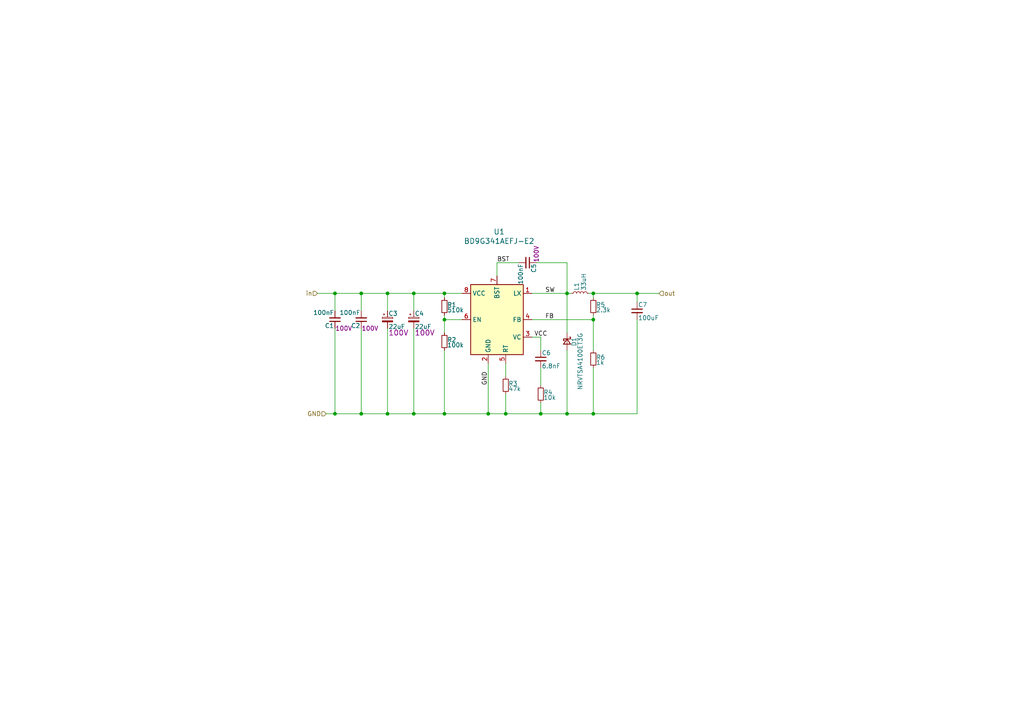
<source format=kicad_sch>
(kicad_sch (version 20211123) (generator eeschema)

  (uuid 1895faed-13c7-4877-930c-ef39a1d7419c)

  (paper "A4")

  (lib_symbols
    (symbol "Device:C_Polarized_Small" (pin_numbers hide) (pin_names (offset 0.254) hide) (in_bom yes) (on_board yes)
      (property "Reference" "C" (id 0) (at 0.254 1.778 0)
        (effects (font (size 1.27 1.27)) (justify left))
      )
      (property "Value" "C_Polarized_Small" (id 1) (at 0.254 -2.032 0)
        (effects (font (size 1.27 1.27)) (justify left))
      )
      (property "Footprint" "" (id 2) (at 0 0 0)
        (effects (font (size 1.27 1.27)) hide)
      )
      (property "Datasheet" "~" (id 3) (at 0 0 0)
        (effects (font (size 1.27 1.27)) hide)
      )
      (property "ki_keywords" "cap capacitor" (id 4) (at 0 0 0)
        (effects (font (size 1.27 1.27)) hide)
      )
      (property "ki_description" "Polarized capacitor, small symbol" (id 5) (at 0 0 0)
        (effects (font (size 1.27 1.27)) hide)
      )
      (property "ki_fp_filters" "CP_*" (id 6) (at 0 0 0)
        (effects (font (size 1.27 1.27)) hide)
      )
      (symbol "C_Polarized_Small_0_1"
        (rectangle (start -1.524 -0.3048) (end 1.524 -0.6858)
          (stroke (width 0) (type default) (color 0 0 0 0))
          (fill (type outline))
        )
        (rectangle (start -1.524 0.6858) (end 1.524 0.3048)
          (stroke (width 0) (type default) (color 0 0 0 0))
          (fill (type none))
        )
        (polyline
          (pts
            (xy -1.27 1.524)
            (xy -0.762 1.524)
          )
          (stroke (width 0) (type default) (color 0 0 0 0))
          (fill (type none))
        )
        (polyline
          (pts
            (xy -1.016 1.27)
            (xy -1.016 1.778)
          )
          (stroke (width 0) (type default) (color 0 0 0 0))
          (fill (type none))
        )
      )
      (symbol "C_Polarized_Small_1_1"
        (pin passive line (at 0 2.54 270) (length 1.8542)
          (name "~" (effects (font (size 1.27 1.27))))
          (number "1" (effects (font (size 1.27 1.27))))
        )
        (pin passive line (at 0 -2.54 90) (length 1.8542)
          (name "~" (effects (font (size 1.27 1.27))))
          (number "2" (effects (font (size 1.27 1.27))))
        )
      )
    )
    (symbol "Device:C_Small" (pin_numbers hide) (pin_names (offset 0.254) hide) (in_bom yes) (on_board yes)
      (property "Reference" "C" (id 0) (at 0.254 1.778 0)
        (effects (font (size 1.27 1.27)) (justify left))
      )
      (property "Value" "C_Small" (id 1) (at 0.254 -2.032 0)
        (effects (font (size 1.27 1.27)) (justify left))
      )
      (property "Footprint" "" (id 2) (at 0 0 0)
        (effects (font (size 1.27 1.27)) hide)
      )
      (property "Datasheet" "~" (id 3) (at 0 0 0)
        (effects (font (size 1.27 1.27)) hide)
      )
      (property "ki_keywords" "capacitor cap" (id 4) (at 0 0 0)
        (effects (font (size 1.27 1.27)) hide)
      )
      (property "ki_description" "Unpolarized capacitor, small symbol" (id 5) (at 0 0 0)
        (effects (font (size 1.27 1.27)) hide)
      )
      (property "ki_fp_filters" "C_*" (id 6) (at 0 0 0)
        (effects (font (size 1.27 1.27)) hide)
      )
      (symbol "C_Small_0_1"
        (polyline
          (pts
            (xy -1.524 -0.508)
            (xy 1.524 -0.508)
          )
          (stroke (width 0.3302) (type default) (color 0 0 0 0))
          (fill (type none))
        )
        (polyline
          (pts
            (xy -1.524 0.508)
            (xy 1.524 0.508)
          )
          (stroke (width 0.3048) (type default) (color 0 0 0 0))
          (fill (type none))
        )
      )
      (symbol "C_Small_1_1"
        (pin passive line (at 0 2.54 270) (length 2.032)
          (name "~" (effects (font (size 1.27 1.27))))
          (number "1" (effects (font (size 1.27 1.27))))
        )
        (pin passive line (at 0 -2.54 90) (length 2.032)
          (name "~" (effects (font (size 1.27 1.27))))
          (number "2" (effects (font (size 1.27 1.27))))
        )
      )
    )
    (symbol "Device:D_Schottky_Small" (pin_numbers hide) (pin_names (offset 0.254) hide) (in_bom yes) (on_board yes)
      (property "Reference" "D" (id 0) (at -1.27 2.032 0)
        (effects (font (size 1.27 1.27)) (justify left))
      )
      (property "Value" "D_Schottky_Small" (id 1) (at -7.112 -2.032 0)
        (effects (font (size 1.27 1.27)) (justify left))
      )
      (property "Footprint" "" (id 2) (at 0 0 90)
        (effects (font (size 1.27 1.27)) hide)
      )
      (property "Datasheet" "~" (id 3) (at 0 0 90)
        (effects (font (size 1.27 1.27)) hide)
      )
      (property "ki_keywords" "diode Schottky" (id 4) (at 0 0 0)
        (effects (font (size 1.27 1.27)) hide)
      )
      (property "ki_description" "Schottky diode, small symbol" (id 5) (at 0 0 0)
        (effects (font (size 1.27 1.27)) hide)
      )
      (property "ki_fp_filters" "TO-???* *_Diode_* *SingleDiode* D_*" (id 6) (at 0 0 0)
        (effects (font (size 1.27 1.27)) hide)
      )
      (symbol "D_Schottky_Small_0_1"
        (polyline
          (pts
            (xy -0.762 0)
            (xy 0.762 0)
          )
          (stroke (width 0) (type default) (color 0 0 0 0))
          (fill (type none))
        )
        (polyline
          (pts
            (xy 0.762 -1.016)
            (xy -0.762 0)
            (xy 0.762 1.016)
            (xy 0.762 -1.016)
          )
          (stroke (width 0.254) (type default) (color 0 0 0 0))
          (fill (type none))
        )
        (polyline
          (pts
            (xy -1.27 0.762)
            (xy -1.27 1.016)
            (xy -0.762 1.016)
            (xy -0.762 -1.016)
            (xy -0.254 -1.016)
            (xy -0.254 -0.762)
          )
          (stroke (width 0.254) (type default) (color 0 0 0 0))
          (fill (type none))
        )
      )
      (symbol "D_Schottky_Small_1_1"
        (pin passive line (at -2.54 0 0) (length 1.778)
          (name "K" (effects (font (size 1.27 1.27))))
          (number "1" (effects (font (size 1.27 1.27))))
        )
        (pin passive line (at 2.54 0 180) (length 1.778)
          (name "A" (effects (font (size 1.27 1.27))))
          (number "2" (effects (font (size 1.27 1.27))))
        )
      )
    )
    (symbol "Device:L_Small" (pin_numbers hide) (pin_names (offset 0.254) hide) (in_bom yes) (on_board yes)
      (property "Reference" "L" (id 0) (at 0.762 1.016 0)
        (effects (font (size 1.27 1.27)) (justify left))
      )
      (property "Value" "L_Small" (id 1) (at 0.762 -1.016 0)
        (effects (font (size 1.27 1.27)) (justify left))
      )
      (property "Footprint" "" (id 2) (at 0 0 0)
        (effects (font (size 1.27 1.27)) hide)
      )
      (property "Datasheet" "~" (id 3) (at 0 0 0)
        (effects (font (size 1.27 1.27)) hide)
      )
      (property "ki_keywords" "inductor choke coil reactor magnetic" (id 4) (at 0 0 0)
        (effects (font (size 1.27 1.27)) hide)
      )
      (property "ki_description" "Inductor, small symbol" (id 5) (at 0 0 0)
        (effects (font (size 1.27 1.27)) hide)
      )
      (property "ki_fp_filters" "Choke_* *Coil* Inductor_* L_*" (id 6) (at 0 0 0)
        (effects (font (size 1.27 1.27)) hide)
      )
      (symbol "L_Small_0_1"
        (arc (start 0 -2.032) (mid 0.508 -1.524) (end 0 -1.016)
          (stroke (width 0) (type default) (color 0 0 0 0))
          (fill (type none))
        )
        (arc (start 0 -1.016) (mid 0.508 -0.508) (end 0 0)
          (stroke (width 0) (type default) (color 0 0 0 0))
          (fill (type none))
        )
        (arc (start 0 0) (mid 0.508 0.508) (end 0 1.016)
          (stroke (width 0) (type default) (color 0 0 0 0))
          (fill (type none))
        )
        (arc (start 0 1.016) (mid 0.508 1.524) (end 0 2.032)
          (stroke (width 0) (type default) (color 0 0 0 0))
          (fill (type none))
        )
      )
      (symbol "L_Small_1_1"
        (pin passive line (at 0 2.54 270) (length 0.508)
          (name "~" (effects (font (size 1.27 1.27))))
          (number "1" (effects (font (size 1.27 1.27))))
        )
        (pin passive line (at 0 -2.54 90) (length 0.508)
          (name "~" (effects (font (size 1.27 1.27))))
          (number "2" (effects (font (size 1.27 1.27))))
        )
      )
    )
    (symbol "Device:R_Small" (pin_numbers hide) (pin_names (offset 0.254) hide) (in_bom yes) (on_board yes)
      (property "Reference" "R" (id 0) (at 0.762 0.508 0)
        (effects (font (size 1.27 1.27)) (justify left))
      )
      (property "Value" "R_Small" (id 1) (at 0.762 -1.016 0)
        (effects (font (size 1.27 1.27)) (justify left))
      )
      (property "Footprint" "" (id 2) (at 0 0 0)
        (effects (font (size 1.27 1.27)) hide)
      )
      (property "Datasheet" "~" (id 3) (at 0 0 0)
        (effects (font (size 1.27 1.27)) hide)
      )
      (property "ki_keywords" "R resistor" (id 4) (at 0 0 0)
        (effects (font (size 1.27 1.27)) hide)
      )
      (property "ki_description" "Resistor, small symbol" (id 5) (at 0 0 0)
        (effects (font (size 1.27 1.27)) hide)
      )
      (property "ki_fp_filters" "R_*" (id 6) (at 0 0 0)
        (effects (font (size 1.27 1.27)) hide)
      )
      (symbol "R_Small_0_1"
        (rectangle (start -0.762 1.778) (end 0.762 -1.778)
          (stroke (width 0.2032) (type default) (color 0 0 0 0))
          (fill (type none))
        )
      )
      (symbol "R_Small_1_1"
        (pin passive line (at 0 2.54 270) (length 0.762)
          (name "~" (effects (font (size 1.27 1.27))))
          (number "1" (effects (font (size 1.27 1.27))))
        )
        (pin passive line (at 0 -2.54 90) (length 0.762)
          (name "~" (effects (font (size 1.27 1.27))))
          (number "2" (effects (font (size 1.27 1.27))))
        )
      )
    )
    (symbol "b114:BD9G341EFJ" (in_bom yes) (on_board yes)
      (property "Reference" "U?" (id 0) (at 0.635 25.4762 0)
        (effects (font (size 1.524 1.524)))
      )
      (property "Value" "BD9G341EFJ" (id 1) (at 0.635 22.7838 0)
        (effects (font (size 1.524 1.524)))
      )
      (property "Footprint" "Package_SO:SOIC-8-1EP_3.9x4.9mm_P1.27mm_EP2.29x3mm_ThermalVias" (id 2) (at -29.21 -15.24 0)
        (effects (font (size 1.524 1.524)) hide)
      )
      (property "Datasheet" "https://d1d2qsbl8m0m72.cloudfront.net/en/products/databook/datasheet/ic/power/switching_regulator/bd9g341aefj-lb-e.pdf" (id 3) (at -29.21 -15.24 0)
        (effects (font (size 1.524 1.524)) hide)
      )
      (property "ki_keywords" "Buck Converter" (id 4) (at 0 0 0)
        (effects (font (size 1.27 1.27)) hide)
      )
      (property "ki_description" "12V-76V input voltage range 3A output current, Buck Converter, Integrated FET, HTSOP-8" (id 5) (at 0 0 0)
        (effects (font (size 1.27 1.27)) hide)
      )
      (property "ki_fp_filters" "HTSOP*EP*3.9x4.9mm*P1.27mm*ThermalVias*" (id 6) (at 0 0 0)
        (effects (font (size 1.27 1.27)) hide)
      )
      (symbol "BD9G341EFJ_0_1"
        (rectangle (start -7.62 10.16) (end 7.62 -10.16)
          (stroke (width 0.254) (type default) (color 0 0 0 0))
          (fill (type background))
        )
      )
      (symbol "BD9G341EFJ_1_1"
        (pin passive line (at 10.16 7.62 180) (length 2.54)
          (name "LX" (effects (font (size 1.27 1.27))))
          (number "1" (effects (font (size 1.27 1.27))))
        )
        (pin power_in line (at -2.54 -12.7 90) (length 2.54)
          (name "GND" (effects (font (size 1.27 1.27))))
          (number "2" (effects (font (size 1.27 1.27))))
        )
        (pin output line (at 10.16 -5.08 180) (length 2.54)
          (name "VC" (effects (font (size 1.27 1.27))))
          (number "3" (effects (font (size 1.27 1.27))))
        )
        (pin input line (at 10.16 0 180) (length 2.54)
          (name "FB" (effects (font (size 1.27 1.27))))
          (number "4" (effects (font (size 1.27 1.27))))
        )
        (pin input line (at 2.54 -12.7 90) (length 2.54)
          (name "RT" (effects (font (size 1.27 1.27))))
          (number "5" (effects (font (size 1.27 1.27))))
        )
        (pin input line (at -10.16 0 0) (length 2.54)
          (name "EN" (effects (font (size 1.27 1.27))))
          (number "6" (effects (font (size 1.27 1.27))))
        )
        (pin input line (at 0 12.7 270) (length 2.54)
          (name "BST" (effects (font (size 1.27 1.27))))
          (number "7" (effects (font (size 1.27 1.27))))
        )
        (pin power_in line (at -10.16 7.62 0) (length 2.54)
          (name "VCC" (effects (font (size 1.27 1.27))))
          (number "8" (effects (font (size 1.27 1.27))))
        )
        (pin power_in line (at -2.54 -12.7 90) (length 2.54) hide
          (name "GND" (effects (font (size 1.27 1.27))))
          (number "9" (effects (font (size 1.27 1.27))))
        )
      )
    )
  )

  (junction (at 164.465 120.015) (diameter 0) (color 0 0 0 0)
    (uuid 011be64f-dd11-4bd2-b919-18dcf0177e8f)
  )
  (junction (at 112.395 120.015) (diameter 0) (color 0 0 0 0)
    (uuid 01b08de1-b4fb-4da3-9dd9-ee79bdc8ce4d)
  )
  (junction (at 97.155 85.09) (diameter 0) (color 0 0 0 0)
    (uuid 2135c0f4-8627-4b59-ae6b-974866f68a66)
  )
  (junction (at 97.155 120.015) (diameter 0) (color 0 0 0 0)
    (uuid 2b79d6ee-689f-498c-80e6-3cbe052c6c16)
  )
  (junction (at 172.085 120.015) (diameter 0) (color 0 0 0 0)
    (uuid 3ad73eab-0e69-4f5d-81b3-0800b45c56d3)
  )
  (junction (at 104.775 85.09) (diameter 0) (color 0 0 0 0)
    (uuid 4eec43d0-4720-4f3d-bf64-319fb88cc72a)
  )
  (junction (at 104.775 120.015) (diameter 0) (color 0 0 0 0)
    (uuid 6a93354e-f958-46f3-a956-82a6309c677a)
  )
  (junction (at 128.905 85.09) (diameter 0) (color 0 0 0 0)
    (uuid 6f3a89c3-b63b-4b15-8b49-3e096715c9ad)
  )
  (junction (at 156.845 120.015) (diameter 0) (color 0 0 0 0)
    (uuid 6f6da3fc-d986-430e-a6d3-53266a7cc628)
  )
  (junction (at 120.015 120.015) (diameter 0) (color 0 0 0 0)
    (uuid 6f9b42bb-d35e-4352-909f-d2fc81fadd01)
  )
  (junction (at 172.085 92.71) (diameter 0) (color 0 0 0 0)
    (uuid 718ca358-a920-42c2-a723-c97f58862675)
  )
  (junction (at 164.465 85.09) (diameter 0) (color 0 0 0 0)
    (uuid 778cc5f3-cba2-48e0-ae60-be4bbb9dd63b)
  )
  (junction (at 128.905 120.015) (diameter 0) (color 0 0 0 0)
    (uuid 95e6f629-ec97-4643-8582-77dd35db2f98)
  )
  (junction (at 141.605 120.015) (diameter 0) (color 0 0 0 0)
    (uuid aa158821-4874-4c76-b89f-cd48dda0e763)
  )
  (junction (at 172.085 85.09) (diameter 0) (color 0 0 0 0)
    (uuid bca6b990-3eaa-4719-bf9b-c937dd77be2a)
  )
  (junction (at 146.685 120.015) (diameter 0) (color 0 0 0 0)
    (uuid c015ff5d-6873-425b-974f-b5fc68d8f5ef)
  )
  (junction (at 120.015 85.09) (diameter 0) (color 0 0 0 0)
    (uuid d28d41c4-0bff-43e8-837e-b3f4b961675a)
  )
  (junction (at 184.785 85.09) (diameter 0) (color 0 0 0 0)
    (uuid e2c6411b-6561-4645-bb9b-63c174f756ab)
  )
  (junction (at 128.905 92.71) (diameter 0) (color 0 0 0 0)
    (uuid e9411c9b-2e2f-4db5-bafc-29e02c44299c)
  )
  (junction (at 112.395 85.09) (diameter 0) (color 0 0 0 0)
    (uuid ec7c7daa-2d3b-493a-bbff-7f49e0bfba49)
  )

  (wire (pts (xy 128.905 120.015) (xy 141.605 120.015))
    (stroke (width 0) (type default) (color 0 0 0 0))
    (uuid 0b97003e-22b5-452d-8a90-364d836e12ea)
  )
  (wire (pts (xy 164.465 120.015) (xy 164.465 101.6))
    (stroke (width 0) (type default) (color 0 0 0 0))
    (uuid 1430645d-5999-4bfa-936c-8e99730e1df9)
  )
  (wire (pts (xy 104.775 85.09) (xy 104.775 90.17))
    (stroke (width 0) (type default) (color 0 0 0 0))
    (uuid 14358b6c-75b9-4773-83b5-09ddc5f51051)
  )
  (wire (pts (xy 156.845 106.68) (xy 156.845 111.76))
    (stroke (width 0) (type default) (color 0 0 0 0))
    (uuid 1f7ed124-5414-48c6-a60a-ccbfb590be5c)
  )
  (wire (pts (xy 128.905 96.52) (xy 128.905 92.71))
    (stroke (width 0) (type default) (color 0 0 0 0))
    (uuid 20768908-5d31-4eb5-be39-cf0740492105)
  )
  (wire (pts (xy 120.015 120.015) (xy 128.905 120.015))
    (stroke (width 0) (type default) (color 0 0 0 0))
    (uuid 24bb1d1e-fdab-46b0-be44-97a175fa234c)
  )
  (wire (pts (xy 172.085 85.09) (xy 172.085 86.36))
    (stroke (width 0) (type default) (color 0 0 0 0))
    (uuid 31b8f5ad-25a1-42bf-9021-f6d6809bfa7b)
  )
  (wire (pts (xy 146.685 120.015) (xy 146.685 114.3))
    (stroke (width 0) (type default) (color 0 0 0 0))
    (uuid 37acc81d-94be-4738-8386-d2c0ce94b0a3)
  )
  (wire (pts (xy 172.085 92.71) (xy 172.085 101.6))
    (stroke (width 0) (type default) (color 0 0 0 0))
    (uuid 3a794928-3b60-4b7d-b392-d6fc9a9f45f4)
  )
  (wire (pts (xy 150.495 76.2) (xy 144.145 76.2))
    (stroke (width 0) (type default) (color 0 0 0 0))
    (uuid 3c687352-934a-4caf-88ec-8b17be19de1e)
  )
  (wire (pts (xy 172.085 91.44) (xy 172.085 92.71))
    (stroke (width 0) (type default) (color 0 0 0 0))
    (uuid 43da8d42-d4b0-47e8-a78d-7508f15c5b74)
  )
  (wire (pts (xy 184.785 120.015) (xy 184.785 92.71))
    (stroke (width 0) (type default) (color 0 0 0 0))
    (uuid 483f7602-f545-4477-b806-bbcac268e2ac)
  )
  (wire (pts (xy 184.785 87.63) (xy 184.785 85.09))
    (stroke (width 0) (type default) (color 0 0 0 0))
    (uuid 486b8155-d603-4af0-802d-a66f1fc1a68b)
  )
  (wire (pts (xy 120.015 85.09) (xy 128.905 85.09))
    (stroke (width 0) (type default) (color 0 0 0 0))
    (uuid 4b9bb408-1368-4490-92b6-104b84bad66f)
  )
  (wire (pts (xy 128.905 91.44) (xy 128.905 92.71))
    (stroke (width 0) (type default) (color 0 0 0 0))
    (uuid 5035486a-7dcf-4fa2-a8c9-9e53c8c95eb0)
  )
  (wire (pts (xy 112.395 85.09) (xy 120.015 85.09))
    (stroke (width 0) (type default) (color 0 0 0 0))
    (uuid 50f81569-2494-42c0-823f-26cd84e88de4)
  )
  (wire (pts (xy 94.615 120.015) (xy 97.155 120.015))
    (stroke (width 0) (type default) (color 0 0 0 0))
    (uuid 52334b06-1a67-40b3-8406-dca51263f69c)
  )
  (wire (pts (xy 133.985 92.71) (xy 128.905 92.71))
    (stroke (width 0) (type default) (color 0 0 0 0))
    (uuid 53292894-5ec9-448d-b505-bc4af023830b)
  )
  (wire (pts (xy 141.605 120.015) (xy 146.685 120.015))
    (stroke (width 0) (type default) (color 0 0 0 0))
    (uuid 546a3505-5e7a-4394-a963-77c32937b020)
  )
  (wire (pts (xy 172.085 120.015) (xy 172.085 106.68))
    (stroke (width 0) (type default) (color 0 0 0 0))
    (uuid 56d96a1b-14d2-41c8-8b1a-6dcf7fba9497)
  )
  (wire (pts (xy 172.085 120.015) (xy 184.785 120.015))
    (stroke (width 0) (type default) (color 0 0 0 0))
    (uuid 5e868a13-cdac-4237-81b9-c8ab587cb1ad)
  )
  (wire (pts (xy 155.575 76.2) (xy 164.465 76.2))
    (stroke (width 0) (type default) (color 0 0 0 0))
    (uuid 5f2d30cc-cad9-4b38-9e2a-5d436ca50a4f)
  )
  (wire (pts (xy 141.605 120.015) (xy 141.605 105.41))
    (stroke (width 0) (type default) (color 0 0 0 0))
    (uuid 5f6df779-0e68-4616-b8c2-e39023172c18)
  )
  (wire (pts (xy 128.905 101.6) (xy 128.905 120.015))
    (stroke (width 0) (type default) (color 0 0 0 0))
    (uuid 6239899d-666b-45d5-b67a-283bac752ee1)
  )
  (wire (pts (xy 164.465 85.09) (xy 165.735 85.09))
    (stroke (width 0) (type default) (color 0 0 0 0))
    (uuid 6861031a-b0fb-4801-bc08-00687bba9584)
  )
  (wire (pts (xy 112.395 90.17) (xy 112.395 85.09))
    (stroke (width 0) (type default) (color 0 0 0 0))
    (uuid 6cd758c9-de50-4d73-95b4-48faa4355c99)
  )
  (wire (pts (xy 154.305 92.71) (xy 172.085 92.71))
    (stroke (width 0) (type default) (color 0 0 0 0))
    (uuid 71958f18-e383-437b-8c27-ac51ec294c5e)
  )
  (wire (pts (xy 164.465 85.09) (xy 164.465 96.52))
    (stroke (width 0) (type default) (color 0 0 0 0))
    (uuid 733f8421-3076-47d1-afd5-42da413476fd)
  )
  (wire (pts (xy 164.465 120.015) (xy 172.085 120.015))
    (stroke (width 0) (type default) (color 0 0 0 0))
    (uuid 7e023d86-c2a9-4012-8b62-0951488022bc)
  )
  (wire (pts (xy 120.015 90.17) (xy 120.015 85.09))
    (stroke (width 0) (type default) (color 0 0 0 0))
    (uuid 7e7b855e-3880-433a-8512-c42512699ee6)
  )
  (wire (pts (xy 128.905 85.09) (xy 133.985 85.09))
    (stroke (width 0) (type default) (color 0 0 0 0))
    (uuid 815afb80-2cf2-4e0d-9100-b087f5c445f5)
  )
  (wire (pts (xy 146.685 105.41) (xy 146.685 109.22))
    (stroke (width 0) (type default) (color 0 0 0 0))
    (uuid 843c533d-163a-41a1-9c40-192bfbd51275)
  )
  (wire (pts (xy 112.395 85.09) (xy 104.775 85.09))
    (stroke (width 0) (type default) (color 0 0 0 0))
    (uuid 84ab7cb2-3416-4862-826e-8c0bba72e125)
  )
  (wire (pts (xy 184.785 85.09) (xy 191.135 85.09))
    (stroke (width 0) (type default) (color 0 0 0 0))
    (uuid 8de8b65c-f455-4710-9371-07c4682802ba)
  )
  (wire (pts (xy 156.845 120.015) (xy 156.845 116.84))
    (stroke (width 0) (type default) (color 0 0 0 0))
    (uuid 9ece45f0-b04a-4530-a17a-45188992dd8a)
  )
  (wire (pts (xy 97.155 85.09) (xy 97.155 90.17))
    (stroke (width 0) (type default) (color 0 0 0 0))
    (uuid a073918c-9419-40e2-bafa-ef078e385b05)
  )
  (wire (pts (xy 172.085 85.09) (xy 184.785 85.09))
    (stroke (width 0) (type default) (color 0 0 0 0))
    (uuid a0bcac96-5210-4f5a-b76e-c060d047ccb4)
  )
  (wire (pts (xy 112.395 120.015) (xy 120.015 120.015))
    (stroke (width 0) (type default) (color 0 0 0 0))
    (uuid a208247b-44de-4a29-91f0-c8ab5f8736c0)
  )
  (wire (pts (xy 170.815 85.09) (xy 172.085 85.09))
    (stroke (width 0) (type default) (color 0 0 0 0))
    (uuid ab456d7b-f554-449e-bac2-d0677147055a)
  )
  (wire (pts (xy 97.155 120.015) (xy 97.155 95.25))
    (stroke (width 0) (type default) (color 0 0 0 0))
    (uuid c6c8cac2-90dc-4e4a-975e-b62720a5f2db)
  )
  (wire (pts (xy 146.685 120.015) (xy 156.845 120.015))
    (stroke (width 0) (type default) (color 0 0 0 0))
    (uuid c79601bf-0134-45c5-a72c-1838a3917e7f)
  )
  (wire (pts (xy 154.305 97.79) (xy 156.845 97.79))
    (stroke (width 0) (type default) (color 0 0 0 0))
    (uuid c9fd2fb9-8a58-428e-a813-45df70c009ff)
  )
  (wire (pts (xy 156.845 120.015) (xy 164.465 120.015))
    (stroke (width 0) (type default) (color 0 0 0 0))
    (uuid cacbecae-59c0-49e7-8af2-f192db2aeaa9)
  )
  (wire (pts (xy 92.075 85.09) (xy 97.155 85.09))
    (stroke (width 0) (type default) (color 0 0 0 0))
    (uuid d11c2a0c-dcf7-4430-a3c6-735078172e2c)
  )
  (wire (pts (xy 144.145 76.2) (xy 144.145 80.01))
    (stroke (width 0) (type default) (color 0 0 0 0))
    (uuid d206390b-7d1e-4291-a60b-d761fb68970f)
  )
  (wire (pts (xy 154.305 85.09) (xy 164.465 85.09))
    (stroke (width 0) (type default) (color 0 0 0 0))
    (uuid d847ca82-abd5-4683-8dfe-e6edc7d799b3)
  )
  (wire (pts (xy 164.465 85.09) (xy 164.465 76.2))
    (stroke (width 0) (type default) (color 0 0 0 0))
    (uuid dcaca175-bf18-4d09-b677-68c3e5908c74)
  )
  (wire (pts (xy 104.775 120.015) (xy 104.775 95.25))
    (stroke (width 0) (type default) (color 0 0 0 0))
    (uuid dd3379b9-4e65-428a-a9a9-6001577fdae0)
  )
  (wire (pts (xy 128.905 86.36) (xy 128.905 85.09))
    (stroke (width 0) (type default) (color 0 0 0 0))
    (uuid e92c1778-7bbd-46aa-ad83-80d7111023fd)
  )
  (wire (pts (xy 120.015 120.015) (xy 120.015 95.25))
    (stroke (width 0) (type default) (color 0 0 0 0))
    (uuid ef0f40a8-ba70-40ea-960f-a5956dd30775)
  )
  (wire (pts (xy 112.395 120.015) (xy 112.395 95.25))
    (stroke (width 0) (type default) (color 0 0 0 0))
    (uuid f26558ad-68a9-47cb-b370-de22f8918baf)
  )
  (wire (pts (xy 156.845 97.79) (xy 156.845 101.6))
    (stroke (width 0) (type default) (color 0 0 0 0))
    (uuid f3e5046f-4f53-4c88-bb39-44b07f5307db)
  )
  (wire (pts (xy 104.775 120.015) (xy 112.395 120.015))
    (stroke (width 0) (type default) (color 0 0 0 0))
    (uuid f422f71b-bfc7-4fb0-b7e1-3c53f4fa2ae7)
  )
  (wire (pts (xy 97.155 120.015) (xy 104.775 120.015))
    (stroke (width 0) (type default) (color 0 0 0 0))
    (uuid f55bf9b8-20aa-4919-b0fa-0dc778a6b46b)
  )
  (wire (pts (xy 97.155 85.09) (xy 104.775 85.09))
    (stroke (width 0) (type default) (color 0 0 0 0))
    (uuid f7c82a15-6406-4c25-b8e8-06518f7a22b3)
  )

  (label "VCC" (at 154.94 97.79 0)
    (effects (font (size 1.27 1.27)) (justify left bottom))
    (uuid 060ff723-c421-49b9-8665-ed94ffebc1a0)
  )
  (label "BST" (at 144.145 76.2 0)
    (effects (font (size 1.27 1.27)) (justify left bottom))
    (uuid 21ecb233-9d3b-452f-8898-f2097cdf26a8)
  )
  (label "SW" (at 158.115 85.09 0)
    (effects (font (size 1.27 1.27)) (justify left bottom))
    (uuid 714028f1-1738-4002-afe0-b8bccd3a372b)
  )
  (label "GND" (at 141.605 111.76 90)
    (effects (font (size 1.27 1.27)) (justify left bottom))
    (uuid 9ad0f558-1ba6-492a-8e98-b6ec3c788a82)
  )
  (label "FB" (at 158.115 92.71 0)
    (effects (font (size 1.27 1.27)) (justify left bottom))
    (uuid d49f4970-cb88-4fc3-aa09-fcb13997ac3a)
  )

  (hierarchical_label "out" (shape input) (at 191.135 85.09 0)
    (effects (font (size 1.27 1.27)) (justify left))
    (uuid 082a2a92-b7a9-4344-a2c1-e7546ad528a1)
  )
  (hierarchical_label "GND" (shape input) (at 94.615 120.015 180)
    (effects (font (size 1.27 1.27)) (justify right))
    (uuid 0d61f233-bca0-41f6-b8ba-70897a09a081)
  )
  (hierarchical_label "in" (shape input) (at 92.075 85.09 180)
    (effects (font (size 1.27 1.27)) (justify right))
    (uuid 20712849-f2bc-47df-9df4-8177f01bffbc)
  )

  (symbol (lib_id "Device:R_Small") (at 128.905 99.06 0) (unit 1)
    (in_bom yes) (on_board yes)
    (uuid 0a0f2149-7a1d-4f0b-bd62-aa0db92c68b3)
    (property "Reference" "R2" (id 0) (at 129.667 98.552 0)
      (effects (font (size 1.27 1.27)) (justify left))
    )
    (property "Value" "100k" (id 1) (at 129.667 100.076 0)
      (effects (font (size 1.27 1.27)) (justify left))
    )
    (property "Footprint" "Resistor_SMD:R_0603_1608Metric" (id 2) (at 128.905 99.06 0)
      (effects (font (size 1.27 1.27)) hide)
    )
    (property "Datasheet" "" (id 3) (at 128.905 99.06 0)
      (effects (font (size 1.27 1.27)) hide)
    )
    (pin "1" (uuid 61ceafed-b64d-400a-a8a1-eac5fb91ba0f))
    (pin "2" (uuid 07cd95ff-6ac8-4de7-ac31-36ed7dae5349))
  )

  (symbol (lib_id "Device:C_Polarized_Small") (at 112.395 92.71 0) (unit 1)
    (in_bom yes) (on_board yes)
    (uuid 0a798562-a46c-42ed-ad41-bf51a7643004)
    (property "Reference" "C3" (id 0) (at 112.649 90.932 0)
      (effects (font (size 1.27 1.27)) (justify left))
    )
    (property "Value" "22uF" (id 1) (at 112.649 94.742 0)
      (effects (font (size 1.27 1.27)) (justify left))
    )
    (property "Footprint" "Capacitor_SMD:CP_Elec_8x10" (id 2) (at 112.395 92.71 0)
      (effects (font (size 1.27 1.27)) hide)
    )
    (property "Datasheet" "~" (id 3) (at 112.395 92.71 0)
      (effects (font (size 1.27 1.27)) hide)
    )
    (property "Voltage" "100V" (id 4) (at 115.57 96.52 0)
      (effects (font (size 1.524 1.524)))
    )
    (property "MPN" "865080853006" (id 5) (at 10.795 172.72 0)
      (effects (font (size 1.27 1.27)) hide)
    )
    (pin "1" (uuid 6f20f873-5b52-4e5b-ac2e-a264beae7717))
    (pin "2" (uuid ae25cb68-07df-477e-85d1-1c82aa49f29d))
  )

  (symbol (lib_id "Device:R_Small") (at 156.845 114.3 0) (unit 1)
    (in_bom yes) (on_board yes)
    (uuid 21d5a3d0-3193-4432-9405-32f538f5a383)
    (property "Reference" "R4" (id 0) (at 157.607 113.792 0)
      (effects (font (size 1.27 1.27)) (justify left))
    )
    (property "Value" "10k" (id 1) (at 157.607 115.316 0)
      (effects (font (size 1.27 1.27)) (justify left))
    )
    (property "Footprint" "Resistor_SMD:R_0603_1608Metric" (id 2) (at 156.845 114.3 0)
      (effects (font (size 1.27 1.27)) hide)
    )
    (property "Datasheet" "" (id 3) (at 156.845 114.3 0)
      (effects (font (size 1.27 1.27)) hide)
    )
    (pin "1" (uuid 27f6264c-52e3-43d1-89ab-b6a4b92dab2d))
    (pin "2" (uuid 110a1a65-5775-4da1-ab71-70943f93c6cc))
  )

  (symbol (lib_id "Device:C_Polarized_Small") (at 120.015 92.71 0) (unit 1)
    (in_bom yes) (on_board yes)
    (uuid 3bf304b5-97aa-4145-93a7-3de056fa73a4)
    (property "Reference" "C4" (id 0) (at 120.269 90.932 0)
      (effects (font (size 1.27 1.27)) (justify left))
    )
    (property "Value" "22uF" (id 1) (at 120.269 94.742 0)
      (effects (font (size 1.27 1.27)) (justify left))
    )
    (property "Footprint" "Capacitor_SMD:CP_Elec_8x10" (id 2) (at 120.015 92.71 0)
      (effects (font (size 1.27 1.27)) hide)
    )
    (property "Datasheet" "~" (id 3) (at 120.015 92.71 0)
      (effects (font (size 1.27 1.27)) hide)
    )
    (property "Voltage" "100V" (id 4) (at 123.19 96.52 0)
      (effects (font (size 1.524 1.524)))
    )
    (property "MPN" "865080853006" (id 5) (at 10.795 172.72 0)
      (effects (font (size 1.27 1.27)) hide)
    )
    (pin "1" (uuid 3b1599bd-6aad-4ab8-9afd-071916554a4b))
    (pin "2" (uuid 16efea9b-a481-466e-a577-40b02ecb7796))
  )

  (symbol (lib_id "Device:R_Small") (at 172.085 104.14 0) (unit 1)
    (in_bom yes) (on_board yes)
    (uuid 48049611-e641-40c3-9030-fabc94c66202)
    (property "Reference" "R6" (id 0) (at 172.847 103.632 0)
      (effects (font (size 1.27 1.27)) (justify left))
    )
    (property "Value" "1k" (id 1) (at 172.847 105.156 0)
      (effects (font (size 1.27 1.27)) (justify left))
    )
    (property "Footprint" "Resistor_SMD:R_0603_1608Metric" (id 2) (at 172.085 104.14 0)
      (effects (font (size 1.27 1.27)) hide)
    )
    (property "Datasheet" "" (id 3) (at 172.085 104.14 0)
      (effects (font (size 1.27 1.27)) hide)
    )
    (pin "1" (uuid d93091ce-9344-4721-9d09-1f5dab5466a9))
    (pin "2" (uuid 4260ed76-b3b9-4195-b8af-3420a0caa468))
  )

  (symbol (lib_id "Device:R_Small") (at 128.905 88.9 0) (unit 1)
    (in_bom yes) (on_board yes)
    (uuid 4e76ab4c-b9c6-4a44-b034-38b1a209863c)
    (property "Reference" "R1" (id 0) (at 129.667 88.392 0)
      (effects (font (size 1.27 1.27)) (justify left))
    )
    (property "Value" "510k" (id 1) (at 129.667 89.916 0)
      (effects (font (size 1.27 1.27)) (justify left))
    )
    (property "Footprint" "Resistor_SMD:R_0603_1608Metric" (id 2) (at 128.905 88.9 0)
      (effects (font (size 1.27 1.27)) hide)
    )
    (property "Datasheet" "" (id 3) (at 128.905 88.9 0)
      (effects (font (size 1.27 1.27)) hide)
    )
    (property "Digi-Key_PN" "‎RMCF0603JT510KCT-ND‎" (id 4) (at 128.905 88.9 0)
      (effects (font (size 1.27 1.27)) hide)
    )
    (property "MPN" "RMCF0603JT510K‎" (id 5) (at 128.905 88.9 0)
      (effects (font (size 1.27 1.27)) hide)
    )
    (pin "1" (uuid f0d6e113-e375-4325-8ced-dae72f06fdee))
    (pin "2" (uuid 87b6f564-bb36-4f5d-98e1-7bc643fc30ed))
  )

  (symbol (lib_id "Device:C_Small") (at 153.035 76.2 270) (unit 1)
    (in_bom yes) (on_board yes)
    (uuid 510062cf-eaba-445b-b82d-8ddac97e1947)
    (property "Reference" "C5" (id 0) (at 154.813 76.454 0)
      (effects (font (size 1.27 1.27)) (justify left))
    )
    (property "Value" "100nF" (id 1) (at 151.003 76.454 0)
      (effects (font (size 1.27 1.27)) (justify left))
    )
    (property "Footprint" "Capacitor_SMD:C_0603_1608Metric" (id 2) (at 153.035 76.2 0)
      (effects (font (size 1.27 1.27)) hide)
    )
    (property "Datasheet" "" (id 3) (at 153.035 76.2 0)
      (effects (font (size 1.27 1.27)) hide)
    )
    (property "Digi-Key_PN" "1276-6807-1-ND" (id 4) (at 153.035 76.2 0)
      (effects (font (size 1.27 1.27)) hide)
    )
    (property "Voltage" "100V" (id 5) (at 155.575 73.66 0))
    (pin "1" (uuid 76d9ea72-ff9d-4e54-b81b-3948ef710f82))
    (pin "2" (uuid a4dad189-aaaf-402c-bf0b-970df193acff))
  )

  (symbol (lib_id "Device:C_Small") (at 104.775 92.71 180) (unit 1)
    (in_bom yes) (on_board yes)
    (uuid 54d4b327-dfbf-4c00-84b3-a065329f907e)
    (property "Reference" "C2" (id 0) (at 104.521 94.488 0)
      (effects (font (size 1.27 1.27)) (justify left))
    )
    (property "Value" "100nF" (id 1) (at 104.521 90.678 0)
      (effects (font (size 1.27 1.27)) (justify left))
    )
    (property "Footprint" "Capacitor_SMD:C_0603_1608Metric" (id 2) (at 104.775 92.71 0)
      (effects (font (size 1.27 1.27)) hide)
    )
    (property "Datasheet" "" (id 3) (at 104.775 92.71 0)
      (effects (font (size 1.27 1.27)) hide)
    )
    (property "Digi-Key_PN" "1276-6807-1-ND" (id 4) (at 104.775 92.71 0)
      (effects (font (size 1.27 1.27)) hide)
    )
    (property "Voltage" "100V" (id 5) (at 107.315 95.25 0))
    (pin "1" (uuid 3343c96a-9e5b-4c51-980a-cc8cd885bd10))
    (pin "2" (uuid f2013923-e7ad-46c8-a39f-ee7ca0b42271))
  )

  (symbol (lib_id "b114:BD9G341EFJ") (at 144.145 92.71 0) (unit 1)
    (in_bom yes) (on_board yes)
    (uuid 8325e1fe-7af1-4ca5-a68f-ae6b972f2d39)
    (property "Reference" "U1" (id 0) (at 144.78 67.2338 0)
      (effects (font (size 1.524 1.524)))
    )
    (property "Value" "BD9G341AEFJ-E2" (id 1) (at 144.78 69.9262 0)
      (effects (font (size 1.524 1.524)))
    )
    (property "Footprint" "Package_SO:SOIC-8-1EP_3.9x4.9mm_P1.27mm_EP2.29x3mm_ThermalVias" (id 2) (at 114.935 107.95 0)
      (effects (font (size 1.524 1.524)) hide)
    )
    (property "Datasheet" "https://d1d2qsbl8m0m72.cloudfront.net/en/products/databook/datasheet/ic/power/switching_regulator/bd9g341aefj-lb-e.pdf" (id 3) (at 114.935 107.95 0)
      (effects (font (size 1.524 1.524)) hide)
    )
    (pin "1" (uuid fa3ccf86-8c5c-48c6-b4b3-6b67e00ac21f))
    (pin "2" (uuid d36dbae3-d20b-480d-9e67-0794cb7f4e73))
    (pin "3" (uuid ab208248-65bb-4893-9465-fe71955ed55c))
    (pin "4" (uuid 4d8dcbe6-a615-431a-ace8-97beb9b8ea4b))
    (pin "5" (uuid 4faf7236-8b39-4f41-92f2-5267a3c84eef))
    (pin "6" (uuid ad077648-dc98-4c60-8f77-6389d93495d2))
    (pin "7" (uuid d6eae486-6a2c-4277-992a-3fb9e0efa5e5))
    (pin "8" (uuid de307fae-3865-4623-861b-b9857c5d6672))
    (pin "9" (uuid d227fc51-a1d4-4723-a5b6-b91786cfddc2))
  )

  (symbol (lib_id "Device:C_Small") (at 156.845 104.14 0) (unit 1)
    (in_bom yes) (on_board yes)
    (uuid afc14a8b-c485-45bd-9286-08f85e913371)
    (property "Reference" "C6" (id 0) (at 157.099 102.362 0)
      (effects (font (size 1.27 1.27)) (justify left))
    )
    (property "Value" "6.8nF" (id 1) (at 157.099 106.172 0)
      (effects (font (size 1.27 1.27)) (justify left))
    )
    (property "Footprint" "Capacitor_SMD:C_0603_1608Metric" (id 2) (at 156.845 104.14 0)
      (effects (font (size 1.27 1.27)) hide)
    )
    (property "Datasheet" "" (id 3) (at 156.845 104.14 0)
      (effects (font (size 1.27 1.27)) hide)
    )
    (property "Digi-Key_PN" "1276-1185-1-ND‎" (id 4) (at 156.845 104.14 0)
      (effects (font (size 1.27 1.27)) hide)
    )
    (property "Voltage" "6.3V" (id 5) (at 156.845 104.14 0)
      (effects (font (size 1.27 1.27)) hide)
    )
    (pin "1" (uuid 7ba6f5a5-2a1a-45ba-84c2-d4bdda9d7cb0))
    (pin "2" (uuid bd9a18c8-cd33-4e42-99ce-24d23c93a854))
  )

  (symbol (lib_id "Device:R_Small") (at 146.685 111.76 0) (unit 1)
    (in_bom yes) (on_board yes)
    (uuid b9414fc6-1e5d-4b64-b54e-056a35fd4e99)
    (property "Reference" "R3" (id 0) (at 147.447 111.252 0)
      (effects (font (size 1.27 1.27)) (justify left))
    )
    (property "Value" "47k" (id 1) (at 147.447 112.776 0)
      (effects (font (size 1.27 1.27)) (justify left))
    )
    (property "Footprint" "Resistor_SMD:R_0603_1608Metric" (id 2) (at 146.685 111.76 0)
      (effects (font (size 1.27 1.27)) hide)
    )
    (property "Datasheet" "" (id 3) (at 146.685 111.76 0)
      (effects (font (size 1.27 1.27)) hide)
    )
    (pin "1" (uuid febbee5d-9d20-4707-8e10-d74653dcb2d6))
    (pin "2" (uuid 64ef98e4-32f5-48e2-9965-2d1d764c68fe))
  )

  (symbol (lib_id "Device:D_Schottky_Small") (at 164.465 99.06 270) (unit 1)
    (in_bom yes) (on_board yes)
    (uuid c15072c5-fe60-4d2a-90aa-c832f3ca4642)
    (property "Reference" "D1" (id 0) (at 166.497 97.79 0)
      (effects (font (size 1.27 1.27)) (justify left))
    )
    (property "Value" "NRVTSA4100ET3G" (id 1) (at 168.275 96.52 0)
      (effects (font (size 1.27 1.27)) (justify left))
    )
    (property "Footprint" "Diode_SMD:D_SMA" (id 2) (at 164.465 99.06 90)
      (effects (font (size 1.27 1.27)) hide)
    )
    (property "Datasheet" "https://www.onsemi.com/pub/Collateral/NRVTSA4100E-D.PDF" (id 3) (at 164.465 99.06 90)
      (effects (font (size 1.27 1.27)) hide)
    )
    (property "Digi-Key_PN" "NRVTSA4100ET3GOSCT-ND" (id 4) (at 164.465 99.06 0)
      (effects (font (size 1.27 1.27)) hide)
    )
    (property "MPN" "NRVTSA4100ET3G" (id 5) (at 164.465 99.06 0)
      (effects (font (size 1.27 1.27)) hide)
    )
    (pin "1" (uuid d7f7db4b-b1df-4b8f-974b-793e8aa98fc6))
    (pin "2" (uuid 4573aac6-5041-4543-b5d1-26e2ee1b0834))
  )

  (symbol (lib_id "Device:L_Small") (at 168.275 85.09 90) (unit 1)
    (in_bom yes) (on_board yes)
    (uuid dc2580bb-05e9-440a-b100-9c67a04b8049)
    (property "Reference" "L1" (id 0) (at 167.259 84.328 0)
      (effects (font (size 1.27 1.27)) (justify left))
    )
    (property "Value" "33uH" (id 1) (at 169.291 84.328 0)
      (effects (font (size 1.27 1.27)) (justify left))
    )
    (property "Footprint" "Inductor_SMD:L_Bourns_SRR1210A" (id 2) (at 168.275 85.09 0)
      (effects (font (size 1.27 1.27)) hide)
    )
    (property "Datasheet" "" (id 3) (at 168.275 85.09 0)
      (effects (font (size 1.27 1.27)) hide)
    )
    (property "MPN" "7447714330" (id 4) (at 240.665 242.57 0)
      (effects (font (size 1.27 1.27)) hide)
    )
    (pin "1" (uuid 9786a752-ca00-402a-b60e-7eb0a872d986))
    (pin "2" (uuid 734fd30b-6e19-46e8-ac4d-71b1f7467806))
  )

  (symbol (lib_id "Device:C_Small") (at 184.785 90.17 0) (unit 1)
    (in_bom yes) (on_board yes)
    (uuid eac9d348-76bc-4197-946e-3d3e01ecdd36)
    (property "Reference" "C7" (id 0) (at 185.039 88.392 0)
      (effects (font (size 1.27 1.27)) (justify left))
    )
    (property "Value" "100uF" (id 1) (at 185.039 92.202 0)
      (effects (font (size 1.27 1.27)) (justify left))
    )
    (property "Footprint" "Capacitor_SMD:C_1210_3225Metric" (id 2) (at 184.785 90.17 0)
      (effects (font (size 1.27 1.27)) hide)
    )
    (property "Datasheet" "" (id 3) (at 184.785 90.17 0)
      (effects (font (size 1.27 1.27)) hide)
    )
    (property "Voltage" "6.3V" (id 4) (at 184.785 90.17 0)
      (effects (font (size 1.524 1.524)) hide)
    )
    (property "Digi-Key_PN" "732-7375-1-ND" (id 5) (at 184.785 90.17 0)
      (effects (font (size 1.27 1.27)) hide)
    )
    (property "MPN" "885012109004" (id 6) (at 184.785 90.17 0)
      (effects (font (size 1.27 1.27)) hide)
    )
    (pin "1" (uuid 92653a8c-fd57-4450-8acd-e4d20de52f2a))
    (pin "2" (uuid a1778ece-6513-472f-a018-f8cdf57d6080))
  )

  (symbol (lib_id "Device:R_Small") (at 172.085 88.9 0) (unit 1)
    (in_bom yes) (on_board yes)
    (uuid f1823443-5ccd-4b1c-8f48-136e784b4634)
    (property "Reference" "R5" (id 0) (at 172.847 88.392 0)
      (effects (font (size 1.27 1.27)) (justify left))
    )
    (property "Value" "2.3k" (id 1) (at 172.847 89.916 0)
      (effects (font (size 1.27 1.27)) (justify left))
    )
    (property "Footprint" "Resistor_SMD:R_0603_1608Metric" (id 2) (at 172.085 88.9 0)
      (effects (font (size 1.27 1.27)) hide)
    )
    (property "Datasheet" "" (id 3) (at 172.085 88.9 0)
      (effects (font (size 1.27 1.27)) hide)
    )
    (pin "1" (uuid 66a85896-ee6e-4bc3-83b2-c11a80283569))
    (pin "2" (uuid f5b82bd5-b934-41cc-8b03-e88e2d2da3d5))
  )

  (symbol (lib_id "Device:C_Small") (at 97.155 92.71 180) (unit 1)
    (in_bom yes) (on_board yes)
    (uuid fcba8f0c-4039-4a4b-a99e-aa52efbdedfc)
    (property "Reference" "C1" (id 0) (at 96.901 94.488 0)
      (effects (font (size 1.27 1.27)) (justify left))
    )
    (property "Value" "100nF" (id 1) (at 96.901 90.678 0)
      (effects (font (size 1.27 1.27)) (justify left))
    )
    (property "Footprint" "Capacitor_SMD:C_0603_1608Metric" (id 2) (at 97.155 92.71 0)
      (effects (font (size 1.27 1.27)) hide)
    )
    (property "Datasheet" "" (id 3) (at 97.155 92.71 0)
      (effects (font (size 1.27 1.27)) hide)
    )
    (property "Digi-Key_PN" "1276-6807-1-ND" (id 4) (at 97.155 92.71 0)
      (effects (font (size 1.27 1.27)) hide)
    )
    (property "Voltage" "100V" (id 5) (at 99.695 95.25 0))
    (pin "1" (uuid e0feaac5-9f4c-4715-9068-ce8b21737a9e))
    (pin "2" (uuid aa6bd319-2782-45a9-89c5-c2b66ccdd2cd))
  )
)

</source>
